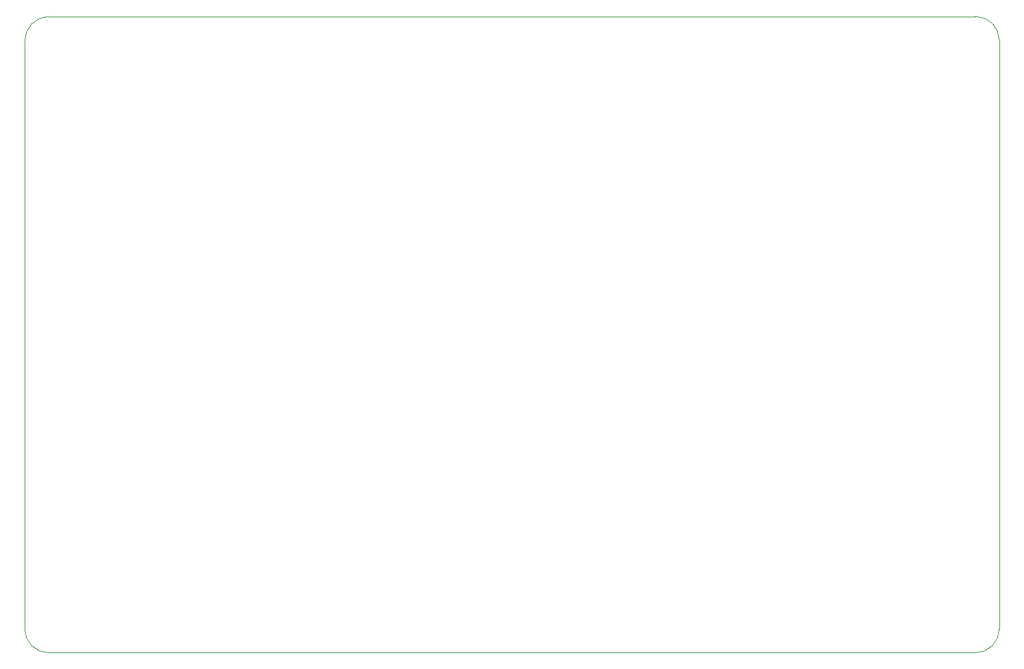
<source format=gbr>
%TF.GenerationSoftware,KiCad,Pcbnew,6.0.4*%
%TF.CreationDate,2022-04-08T16:21:30+02:00*%
%TF.ProjectId,keychordz,6b657963-686f-4726-947a-2e6b69636164,rev?*%
%TF.SameCoordinates,Original*%
%TF.FileFunction,Profile,NP*%
%FSLAX46Y46*%
G04 Gerber Fmt 4.6, Leading zero omitted, Abs format (unit mm)*
G04 Created by KiCad (PCBNEW 6.0.4) date 2022-04-08 16:21:30*
%MOMM*%
%LPD*%
G01*
G04 APERTURE LIST*
%TA.AperFunction,Profile*%
%ADD10C,0.100000*%
%TD*%
G04 APERTURE END LIST*
D10*
X15000000Y-32000000D02*
G75*
G03*
X12000000Y-35121320I123773J-3121320D01*
G01*
X133000000Y-32000000D02*
X15000000Y-32000000D01*
X136000000Y-35000000D02*
X136000000Y-110000000D01*
X133000000Y-113000000D02*
X15000000Y-113000000D01*
X12000000Y-110000000D02*
G75*
G03*
X15000000Y-113000000I3000000J0D01*
G01*
X136000000Y-35000000D02*
G75*
G03*
X133000000Y-32000000I-3000000J0D01*
G01*
X133000000Y-113000000D02*
G75*
G03*
X136000000Y-110000000I0J3000000D01*
G01*
X12000000Y-35121320D02*
X12000000Y-110000000D01*
M02*

</source>
